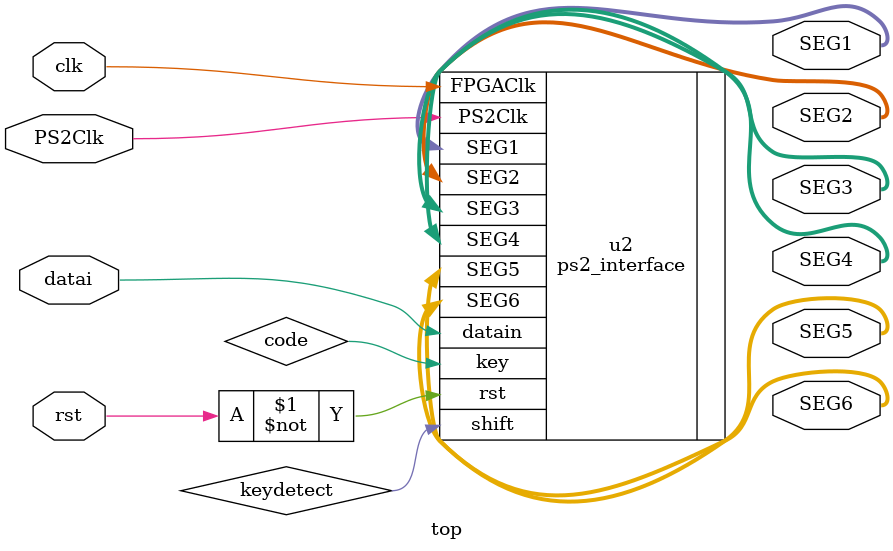
<source format=sv>
module top(
	
	
    input logic clk,
	input logic rst,
	 
	 // PS2 - 7 Segment Ports
	 
	input logic PS2Clk,
	input logic datai,
	output logic [6:0] SEG1,
	output logic [6:0] SEG2,
	output logic [6:0] SEG3,
	output logic [6:0] SEG4,
	output logic [6:0] SEG5,
	output logic [6:0] SEG6
);

	 logic keydetect;
	 ps2_interface u2(.PS2Clk(PS2Clk),.FPGAClk(clk),.rst(~rst),.datain(datai),.key(code),.SEG1(SEG1),.SEG2(SEG2),.SEG3(SEG3),.SEG4(SEG4),.SEG5(SEG5),.SEG6(SEG6),.shift(keydetect));
	 
	 

	 
endmodule

</source>
